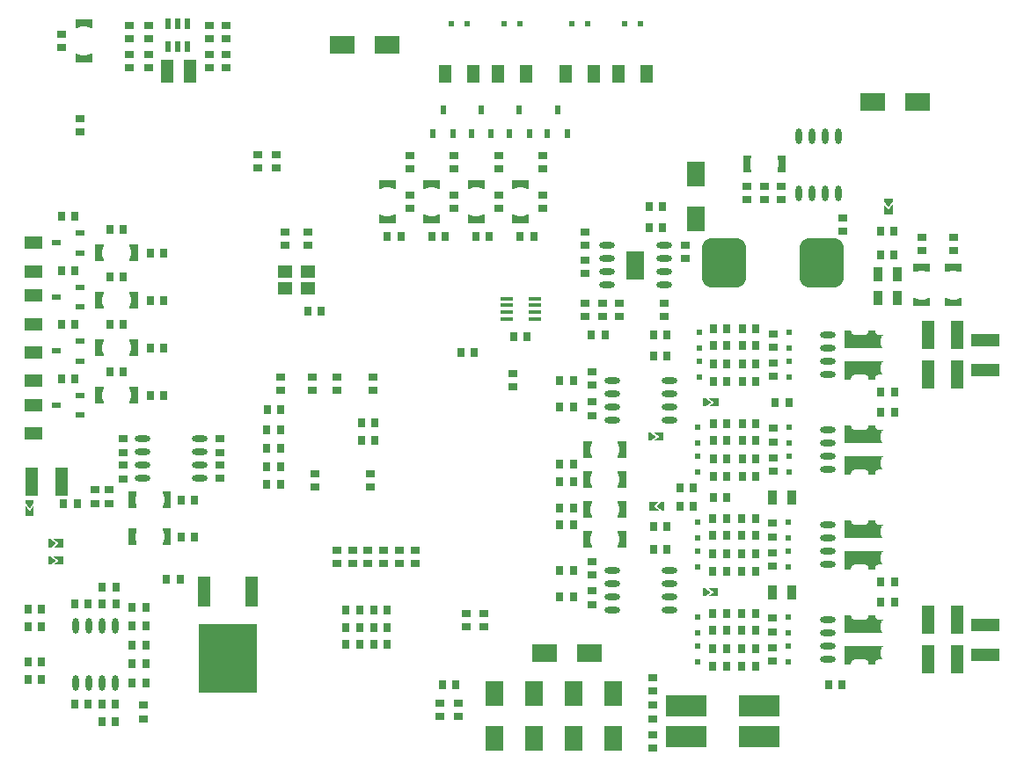
<source format=gbp>
G04*
G04 #@! TF.GenerationSoftware,Altium Limited,Altium Designer,22.8.2 (66)*
G04*
G04 Layer_Color=128*
%FSLAX44Y44*%
%MOMM*%
G71*
G04*
G04 #@! TF.SameCoordinates,E80B4FDD-8870-46C6-9AB6-B278042541E5*
G04*
G04*
G04 #@! TF.FilePolarity,Positive*
G04*
G01*
G75*
%ADD72R,0.9500X0.7000*%
%ADD73R,1.2300X2.2200*%
%ADD74R,0.5500X1.0000*%
%ADD75R,0.7000X0.9500*%
%ADD77R,0.6000X0.9000*%
%ADD80R,1.2500X2.7500*%
%ADD83O,1.5000X0.6000*%
%ADD84R,2.7500X1.2500*%
G04:AMPARAMS|DCode=85|XSize=4.3mm|YSize=4.8mm|CornerRadius=1.075mm|HoleSize=0mm|Usage=FLASHONLY|Rotation=0.000|XOffset=0mm|YOffset=0mm|HoleType=Round|Shape=RoundedRectangle|*
%AMROUNDEDRECTD85*
21,1,4.3000,2.6500,0,0,0.0*
21,1,2.1500,4.8000,0,0,0.0*
1,1,2.1500,1.0750,-1.3250*
1,1,2.1500,-1.0750,-1.3250*
1,1,2.1500,-1.0750,1.3250*
1,1,2.1500,1.0750,1.3250*
%
%ADD85ROUNDEDRECTD85*%
%ADD87R,5.6500X6.7000*%
%ADD88R,1.2000X2.9500*%
%ADD89R,0.6000X0.5000*%
%ADD90O,0.6000X1.5000*%
%ADD93R,1.4000X1.2000*%
%ADD94R,1.7500X2.4500*%
%ADD95R,2.4500X1.7500*%
%ADD96R,1.2500X1.7500*%
%ADD99O,1.2200X0.4000*%
%ADD101R,0.9500X1.4000*%
%ADD102R,4.0000X2.0000*%
%ADD103R,0.5000X0.6000*%
%ADD104R,0.9000X0.6000*%
%ADD105R,1.7500X1.2500*%
%ADD138R,1.7100X2.7000*%
G36*
X578230Y1113590D02*
X576539Y1113588D01*
X576539Y1113588D01*
X575038Y1114239D01*
X571862Y1114995D01*
X568597Y1114996D01*
X565421Y1114240D01*
X563920Y1113590D01*
X562230Y1113590D01*
Y1121590D01*
X578230D01*
Y1113590D01*
D02*
G37*
G36*
Y1088590D02*
Y1080590D01*
X562230D01*
Y1088590D01*
X563920Y1088590D01*
X565421Y1087940D01*
X568597Y1087184D01*
X571862Y1087185D01*
X575038Y1087941D01*
X576539Y1088592D01*
X576539Y1088592D01*
X578230Y1088590D01*
D02*
G37*
G36*
X1245860Y974990D02*
X1237860D01*
X1237860Y976680D01*
X1238510Y978181D01*
X1239266Y981357D01*
X1239265Y984622D01*
X1238509Y987798D01*
X1237858Y989299D01*
X1237858Y989299D01*
X1237860Y990990D01*
X1245860D01*
Y974990D01*
D02*
G37*
G36*
X1212862Y989299D02*
X1212862Y989299D01*
X1212211Y987798D01*
X1211455Y984622D01*
X1211454Y981357D01*
X1212210Y978181D01*
X1212860Y976680D01*
X1212860Y974990D01*
X1204860D01*
Y990990D01*
X1212860D01*
X1212862Y989299D01*
D02*
G37*
G36*
X998600Y958650D02*
X996910Y958650D01*
X995409Y959300D01*
X992233Y960056D01*
X988968Y960055D01*
X985791Y959299D01*
X984291Y958648D01*
X984291Y958648D01*
X982600Y958650D01*
Y966650D01*
X998600D01*
Y958650D01*
D02*
G37*
G36*
X955843D02*
X954153Y958650D01*
X952653Y959300D01*
X949476Y960056D01*
X946211Y960055D01*
X943035Y959299D01*
X941535Y958648D01*
X941535Y958648D01*
X939843Y958650D01*
Y966650D01*
X955843D01*
Y958650D01*
D02*
G37*
G36*
X913087D02*
X911397Y958650D01*
X909896Y959300D01*
X906720Y960056D01*
X903454Y960055D01*
X900278Y959299D01*
X898778Y958648D01*
X898778Y958648D01*
X897087Y958650D01*
Y966650D01*
X913087D01*
Y958650D01*
D02*
G37*
G36*
X870330D02*
X868640Y958650D01*
X867139Y959300D01*
X863963Y960056D01*
X860698Y960055D01*
X857522Y959299D01*
X856021Y958648D01*
X856021Y958648D01*
X854330Y958650D01*
Y966650D01*
X870330D01*
Y958650D01*
D02*
G37*
G36*
X1348994Y946912D02*
X1344930Y940816D01*
X1340866Y946404D01*
Y948944D01*
X1348994D01*
Y946912D01*
D02*
G37*
G36*
Y934022D02*
X1340866D01*
Y943610D01*
X1344930Y938022D01*
X1348994Y944118D01*
Y934022D01*
D02*
G37*
G36*
X985791Y933001D02*
X988968Y932245D01*
X992233Y932244D01*
X995409Y933000D01*
X996910Y933650D01*
X998600Y933650D01*
Y925650D01*
X982600D01*
Y933650D01*
X984291Y933652D01*
X985791Y933001D01*
D02*
G37*
G36*
X943035D02*
X946211Y932245D01*
X949476Y932244D01*
X952653Y933000D01*
X954153Y933650D01*
X955843Y933650D01*
Y925650D01*
X939843D01*
Y933650D01*
X941535Y933652D01*
X943035Y933001D01*
D02*
G37*
G36*
X900278D02*
X903454Y932245D01*
X906720Y932244D01*
X909896Y933000D01*
X911397Y933650D01*
X913087Y933650D01*
Y925650D01*
X897087D01*
Y933650D01*
X898778Y933652D01*
X900278Y933001D01*
D02*
G37*
G36*
X857522D02*
X860698Y932245D01*
X863963Y932244D01*
X867139Y933000D01*
X868640Y933650D01*
X870330Y933650D01*
Y925650D01*
X854330D01*
Y933650D01*
X856021Y933652D01*
X857522Y933001D01*
D02*
G37*
G36*
X622480Y889100D02*
X614480D01*
X614478Y890791D01*
X614478Y890791D01*
X615129Y892291D01*
X615885Y895468D01*
X615886Y898733D01*
X615130Y901909D01*
X614480Y903410D01*
X614480Y905100D01*
X622480D01*
Y889100D01*
D02*
G37*
G36*
X589480Y903410D02*
X588830Y901909D01*
X588074Y898733D01*
X588075Y895468D01*
X588831Y892291D01*
X589482Y890791D01*
X589480Y889100D01*
X581480D01*
Y905100D01*
X589480D01*
X589480Y903410D01*
D02*
G37*
G36*
X1415160Y878640D02*
X1413469Y878638D01*
X1413469Y878638D01*
X1411969Y879289D01*
X1408792Y880045D01*
X1405527Y880046D01*
X1402351Y879290D01*
X1400850Y878640D01*
X1399160Y878640D01*
Y886640D01*
X1415160D01*
Y878640D01*
D02*
G37*
G36*
X1384680D02*
X1382989Y878638D01*
X1382989Y878638D01*
X1381488Y879289D01*
X1378312Y880045D01*
X1375047Y880046D01*
X1371871Y879290D01*
X1370370Y878640D01*
X1368680Y878640D01*
Y886640D01*
X1384680D01*
Y878640D01*
D02*
G37*
G36*
X1415160Y853640D02*
Y845640D01*
X1399160D01*
Y853640D01*
X1400850Y853640D01*
X1402351Y852990D01*
X1405527Y852234D01*
X1408792Y852235D01*
X1411969Y852991D01*
X1413469Y853642D01*
X1413469Y853642D01*
X1415160Y853640D01*
D02*
G37*
G36*
X1384680D02*
Y845640D01*
X1368680D01*
Y853640D01*
X1370370Y853640D01*
X1371871Y852990D01*
X1375047Y852234D01*
X1378312Y852235D01*
X1381488Y852991D01*
X1382989Y853642D01*
X1382989Y853642D01*
X1384680Y853640D01*
D02*
G37*
G36*
X622480Y843380D02*
X614480D01*
X614478Y845071D01*
X614478Y845071D01*
X615129Y846571D01*
X615885Y849748D01*
X615886Y853013D01*
X615130Y856189D01*
X614480Y857690D01*
X614480Y859380D01*
X622480D01*
Y843380D01*
D02*
G37*
G36*
X589480Y857690D02*
X588830Y856189D01*
X588074Y853013D01*
X588075Y849748D01*
X588831Y846571D01*
X589482Y845071D01*
X589480Y843380D01*
X581480D01*
Y859380D01*
X589480D01*
X589480Y857690D01*
D02*
G37*
G36*
X1331728Y821932D02*
X1331736Y821670D01*
X1331762Y821409D01*
X1331805Y821151D01*
X1331864Y820896D01*
X1331940Y820645D01*
X1332032Y820400D01*
X1332141Y820162D01*
X1332264Y819931D01*
X1332402Y819708D01*
X1332555Y819495D01*
X1332721Y819293D01*
X1332900Y819102D01*
X1333091Y818923D01*
X1333294Y818756D01*
X1333507Y818604D01*
X1333729Y818466D01*
X1333960Y818342D01*
X1334198Y818234D01*
X1334444Y818142D01*
X1334694Y818066D01*
X1334949Y818006D01*
X1335208Y817964D01*
X1335468Y817938D01*
X1335730Y817930D01*
X1339589D01*
X1339529Y817898D01*
X1339306Y817759D01*
X1339094Y817607D01*
X1338891Y817441D01*
X1338700Y817262D01*
X1338521Y817070D01*
X1338355Y816868D01*
X1338202Y816655D01*
X1338064Y816433D01*
X1337941Y816202D01*
X1337832Y815963D01*
X1337740Y815718D01*
X1337664Y815468D01*
X1337605Y815212D01*
X1337562Y814954D01*
X1337536Y814693D01*
X1337528Y814432D01*
Y808632D01*
X1337536Y808370D01*
X1337562Y808109D01*
X1337605Y807851D01*
X1337664Y807596D01*
X1337740Y807345D01*
X1337832Y807100D01*
X1337941Y806861D01*
X1338064Y806631D01*
X1338202Y806408D01*
X1338355Y806195D01*
X1338521Y805993D01*
X1338700Y805802D01*
X1338891Y805623D01*
X1339094Y805456D01*
X1339306Y805304D01*
X1339529Y805166D01*
X1339589Y805134D01*
X1302733D01*
Y822579D01*
X1308729D01*
Y821932D01*
X1308737Y821670D01*
X1308763Y821409D01*
X1308806Y821151D01*
X1308865Y820896D01*
X1308941Y820645D01*
X1309033Y820400D01*
X1309141Y820162D01*
X1309265Y819931D01*
X1309403Y819708D01*
X1309556Y819495D01*
X1309722Y819293D01*
X1309901Y819102D01*
X1310092Y818923D01*
X1310294Y818756D01*
X1310507Y818604D01*
X1310730Y818466D01*
X1310961Y818342D01*
X1311199Y818234D01*
X1311444Y818142D01*
X1311695Y818066D01*
X1311950Y818006D01*
X1312208Y817964D01*
X1312469Y817938D01*
X1312731Y817930D01*
X1321730D01*
X1321752Y817930D01*
X1321773Y817930D01*
X1321882Y817934D01*
X1321992Y817938D01*
X1322013Y817940D01*
X1322035Y817941D01*
X1322144Y817953D01*
X1322252Y817964D01*
X1322274Y817967D01*
X1322295Y817970D01*
X1322403Y817989D01*
X1322511Y818006D01*
X1322532Y818011D01*
X1322553Y818015D01*
X1322659Y818041D01*
X1322766Y818066D01*
X1322786Y818072D01*
X1322807Y818077D01*
X1322912Y818110D01*
X1323017Y818142D01*
X1323036Y818149D01*
X1323057Y818156D01*
X1323160Y818196D01*
X1323262Y818234D01*
X1323281Y818243D01*
X1323301Y818251D01*
X1323400Y818297D01*
X1323500Y818342D01*
X1323519Y818352D01*
X1323539Y818362D01*
X1323635Y818414D01*
X1323731Y818466D01*
X1323749Y818477D01*
X1323768Y818487D01*
X1323861Y818546D01*
X1323954Y818604D01*
X1323971Y818616D01*
X1323989Y818628D01*
X1324077Y818693D01*
X1324166Y818756D01*
X1324183Y818770D01*
X1324200Y818783D01*
X1324284Y818853D01*
X1324369Y818923D01*
X1324384Y818937D01*
X1324401Y818951D01*
X1324480Y819027D01*
X1324560Y819102D01*
X1324575Y819117D01*
X1324590Y819132D01*
X1324664Y819213D01*
X1324739Y819293D01*
X1324753Y819310D01*
X1324767Y819325D01*
X1324835Y819410D01*
X1324905Y819495D01*
X1324918Y819513D01*
X1324931Y819530D01*
X1324994Y819619D01*
X1325058Y819708D01*
X1325069Y819726D01*
X1325081Y819744D01*
X1325138Y819838D01*
X1325196Y819931D01*
X1325206Y819950D01*
X1325217Y819968D01*
X1325267Y820064D01*
X1325319Y820162D01*
X1325328Y820181D01*
X1325338Y820200D01*
X1325382Y820300D01*
X1325428Y820400D01*
X1325435Y820420D01*
X1325444Y820440D01*
X1325481Y820543D01*
X1325520Y820645D01*
X1325526Y820666D01*
X1325533Y820686D01*
X1325564Y820791D01*
X1325596Y820896D01*
X1325601Y820917D01*
X1325607Y820937D01*
X1325631Y821045D01*
X1325655Y821151D01*
X1325659Y821172D01*
X1325663Y821193D01*
X1325680Y821301D01*
X1325698Y821409D01*
X1325700Y821431D01*
X1325703Y821452D01*
X1325713Y821561D01*
X1325724Y821670D01*
X1325724Y821691D01*
X1325726Y821713D01*
X1325729Y821823D01*
X1325732Y821932D01*
X1325731Y821953D01*
X1325732Y821975D01*
X1325725Y822579D01*
X1331728D01*
Y821932D01*
D02*
G37*
G36*
X622480Y797660D02*
X614480D01*
X614478Y799351D01*
X614478Y799351D01*
X615129Y800851D01*
X615885Y804028D01*
X615886Y807293D01*
X615130Y810469D01*
X614480Y811970D01*
X614480Y813660D01*
X622480D01*
Y797660D01*
D02*
G37*
G36*
X589480Y811970D02*
X588830Y810469D01*
X588074Y807293D01*
X588075Y804028D01*
X588831Y800851D01*
X589482Y799351D01*
X589480Y797660D01*
X581480D01*
Y813660D01*
X589480D01*
X589480Y811970D01*
D02*
G37*
G36*
X1339525Y792496D02*
X1339303Y792358D01*
X1339090Y792205D01*
X1338887Y792039D01*
X1338696Y791860D01*
X1338517Y791669D01*
X1338351Y791466D01*
X1338198Y791254D01*
X1338060Y791031D01*
X1337937Y790800D01*
X1337829Y790562D01*
X1337736Y790316D01*
X1337660Y790066D01*
X1337601Y789811D01*
X1337558Y789552D01*
X1337533Y789292D01*
X1337524Y789030D01*
Y783230D01*
X1337533Y782968D01*
X1337558Y782708D01*
X1337601Y782449D01*
X1337660Y782194D01*
X1337736Y781944D01*
X1337829Y781699D01*
X1337937Y781460D01*
X1338060Y781229D01*
X1338198Y781006D01*
X1338351Y780794D01*
X1338517Y780591D01*
X1338696Y780400D01*
X1338887Y780221D01*
X1339090Y780055D01*
X1339303Y779902D01*
X1339525Y779764D01*
X1339585Y779732D01*
X1335726D01*
X1335464Y779724D01*
X1335204Y779698D01*
X1334945Y779655D01*
X1334690Y779596D01*
X1334440Y779520D01*
X1334194Y779427D01*
X1333956Y779319D01*
X1333725Y779196D01*
X1333503Y779058D01*
X1333290Y778905D01*
X1333087Y778739D01*
X1332896Y778560D01*
X1332717Y778369D01*
X1332551Y778166D01*
X1332398Y777953D01*
X1332260Y777731D01*
X1332137Y777500D01*
X1332029Y777262D01*
X1331936Y777016D01*
X1331860Y776766D01*
X1331801Y776511D01*
X1331758Y776252D01*
X1331732Y775992D01*
X1331724Y775730D01*
Y775082D01*
X1325721D01*
X1325728Y775687D01*
X1325727Y775708D01*
X1325728Y775730D01*
X1325725Y775839D01*
X1325722Y775949D01*
X1325720Y775970D01*
X1325720Y775992D01*
X1325709Y776101D01*
X1325699Y776210D01*
X1325696Y776231D01*
X1325694Y776252D01*
X1325676Y776360D01*
X1325659Y776469D01*
X1325655Y776490D01*
X1325651Y776511D01*
X1325627Y776617D01*
X1325603Y776724D01*
X1325597Y776745D01*
X1325592Y776766D01*
X1325560Y776871D01*
X1325529Y776976D01*
X1325522Y776996D01*
X1325516Y777016D01*
X1325477Y777119D01*
X1325440Y777222D01*
X1325431Y777241D01*
X1325423Y777262D01*
X1325378Y777362D01*
X1325334Y777461D01*
X1325324Y777480D01*
X1325315Y777500D01*
X1325263Y777598D01*
X1325213Y777694D01*
X1325202Y777712D01*
X1325192Y777731D01*
X1325134Y777824D01*
X1325077Y777917D01*
X1325065Y777935D01*
X1325054Y777953D01*
X1324990Y778043D01*
X1324927Y778132D01*
X1324914Y778149D01*
X1324901Y778166D01*
X1324831Y778252D01*
X1324763Y778336D01*
X1324749Y778352D01*
X1324735Y778369D01*
X1324660Y778449D01*
X1324586Y778529D01*
X1324571Y778544D01*
X1324556Y778560D01*
X1324476Y778635D01*
X1324397Y778710D01*
X1324380Y778724D01*
X1324365Y778739D01*
X1324280Y778808D01*
X1324196Y778879D01*
X1324179Y778891D01*
X1324162Y778905D01*
X1324073Y778969D01*
X1323985Y779034D01*
X1323967Y779045D01*
X1323949Y779058D01*
X1323857Y779115D01*
X1323764Y779174D01*
X1323745Y779185D01*
X1323727Y779196D01*
X1323631Y779248D01*
X1323535Y779300D01*
X1323515Y779309D01*
X1323496Y779319D01*
X1323396Y779365D01*
X1323297Y779411D01*
X1323277Y779419D01*
X1323258Y779427D01*
X1323156Y779466D01*
X1323053Y779506D01*
X1323032Y779512D01*
X1323013Y779520D01*
X1322908Y779551D01*
X1322803Y779584D01*
X1322782Y779589D01*
X1322762Y779596D01*
X1322655Y779621D01*
X1322549Y779647D01*
X1322528Y779650D01*
X1322507Y779655D01*
X1322399Y779673D01*
X1322291Y779692D01*
X1322269Y779694D01*
X1322248Y779698D01*
X1322140Y779709D01*
X1322031Y779721D01*
X1322009Y779722D01*
X1321988Y779724D01*
X1321878Y779727D01*
X1321769Y779732D01*
X1321747Y779731D01*
X1321726Y779732D01*
X1312727D01*
X1312465Y779724D01*
X1312204Y779698D01*
X1311946Y779655D01*
X1311691Y779596D01*
X1311440Y779520D01*
X1311195Y779427D01*
X1310957Y779319D01*
X1310726Y779196D01*
X1310503Y779058D01*
X1310291Y778905D01*
X1310088Y778739D01*
X1309897Y778560D01*
X1309718Y778369D01*
X1309552Y778166D01*
X1309399Y777953D01*
X1309261Y777731D01*
X1309137Y777500D01*
X1309029Y777262D01*
X1308937Y777016D01*
X1308861Y776766D01*
X1308802Y776511D01*
X1308759Y776252D01*
X1308733Y775992D01*
X1308725Y775730D01*
Y775082D01*
X1302729D01*
Y792528D01*
X1339585D01*
X1339525Y792496D01*
D02*
G37*
G36*
X622480Y751940D02*
X614480D01*
X614478Y753631D01*
X614478Y753631D01*
X615129Y755132D01*
X615885Y758308D01*
X615886Y761573D01*
X615130Y764749D01*
X614480Y766250D01*
X614480Y767940D01*
X622480D01*
Y751940D01*
D02*
G37*
G36*
X589480Y766250D02*
X588830Y764749D01*
X588074Y761573D01*
X588075Y758308D01*
X588831Y755132D01*
X589482Y753631D01*
X589480Y751940D01*
X581480D01*
Y767940D01*
X589480D01*
X589480Y766250D01*
D02*
G37*
G36*
X1181398Y749047D02*
X1171810D01*
X1177398Y753111D01*
X1171302Y757175D01*
X1181398D01*
Y749047D01*
D02*
G37*
G36*
X1174604Y753111D02*
X1169016Y749047D01*
X1166476D01*
Y757175D01*
X1168508D01*
X1174604Y753111D01*
D02*
G37*
G36*
X1331728Y730492D02*
X1331736Y730230D01*
X1331762Y729969D01*
X1331805Y729711D01*
X1331864Y729456D01*
X1331940Y729205D01*
X1332032Y728960D01*
X1332141Y728721D01*
X1332264Y728491D01*
X1332402Y728268D01*
X1332555Y728055D01*
X1332721Y727853D01*
X1332900Y727662D01*
X1333091Y727483D01*
X1333294Y727317D01*
X1333507Y727164D01*
X1333729Y727026D01*
X1333960Y726902D01*
X1334198Y726794D01*
X1334444Y726702D01*
X1334694Y726626D01*
X1334949Y726566D01*
X1335208Y726524D01*
X1335468Y726498D01*
X1335730Y726489D01*
X1339589D01*
X1339529Y726458D01*
X1339306Y726319D01*
X1339094Y726167D01*
X1338891Y726001D01*
X1338700Y725822D01*
X1338521Y725630D01*
X1338355Y725428D01*
X1338202Y725215D01*
X1338064Y724993D01*
X1337941Y724762D01*
X1337832Y724523D01*
X1337740Y724278D01*
X1337664Y724027D01*
X1337605Y723772D01*
X1337562Y723514D01*
X1337536Y723253D01*
X1337528Y722992D01*
Y717192D01*
X1337536Y716930D01*
X1337562Y716669D01*
X1337605Y716411D01*
X1337664Y716156D01*
X1337740Y715905D01*
X1337832Y715660D01*
X1337941Y715422D01*
X1338064Y715191D01*
X1338202Y714968D01*
X1338355Y714755D01*
X1338521Y714553D01*
X1338700Y714362D01*
X1338891Y714183D01*
X1339094Y714016D01*
X1339306Y713864D01*
X1339529Y713726D01*
X1339589Y713694D01*
X1302733D01*
Y731140D01*
X1308729D01*
Y730492D01*
X1308737Y730230D01*
X1308763Y729969D01*
X1308806Y729711D01*
X1308865Y729456D01*
X1308941Y729205D01*
X1309033Y728960D01*
X1309141Y728721D01*
X1309265Y728491D01*
X1309403Y728268D01*
X1309556Y728055D01*
X1309722Y727853D01*
X1309901Y727662D01*
X1310092Y727483D01*
X1310294Y727317D01*
X1310507Y727164D01*
X1310730Y727026D01*
X1310961Y726902D01*
X1311199Y726794D01*
X1311444Y726702D01*
X1311695Y726626D01*
X1311950Y726566D01*
X1312208Y726524D01*
X1312469Y726498D01*
X1312731Y726489D01*
X1321730D01*
X1321752Y726490D01*
X1321773Y726490D01*
X1321882Y726495D01*
X1321992Y726498D01*
X1322013Y726500D01*
X1322035Y726501D01*
X1322144Y726513D01*
X1322252Y726524D01*
X1322274Y726527D01*
X1322295Y726530D01*
X1322403Y726549D01*
X1322511Y726566D01*
X1322532Y726571D01*
X1322553Y726575D01*
X1322659Y726601D01*
X1322766Y726626D01*
X1322786Y726632D01*
X1322807Y726637D01*
X1322912Y726670D01*
X1323017Y726702D01*
X1323036Y726709D01*
X1323057Y726716D01*
X1323160Y726756D01*
X1323262Y726794D01*
X1323281Y726803D01*
X1323301Y726811D01*
X1323400Y726857D01*
X1323500Y726902D01*
X1323519Y726912D01*
X1323539Y726921D01*
X1323635Y726974D01*
X1323731Y727026D01*
X1323749Y727037D01*
X1323768Y727047D01*
X1323861Y727106D01*
X1323954Y727164D01*
X1323971Y727177D01*
X1323989Y727188D01*
X1324077Y727253D01*
X1324166Y727317D01*
X1324183Y727330D01*
X1324200Y727343D01*
X1324284Y727413D01*
X1324369Y727483D01*
X1324384Y727497D01*
X1324401Y727511D01*
X1324480Y727587D01*
X1324560Y727662D01*
X1324575Y727677D01*
X1324590Y727692D01*
X1324664Y727773D01*
X1324739Y727853D01*
X1324753Y727870D01*
X1324767Y727885D01*
X1324835Y727970D01*
X1324905Y728055D01*
X1324918Y728073D01*
X1324931Y728090D01*
X1324994Y728179D01*
X1325058Y728268D01*
X1325069Y728286D01*
X1325081Y728304D01*
X1325138Y728398D01*
X1325196Y728491D01*
X1325206Y728510D01*
X1325217Y728528D01*
X1325267Y728624D01*
X1325319Y728721D01*
X1325328Y728741D01*
X1325338Y728760D01*
X1325382Y728860D01*
X1325428Y728960D01*
X1325435Y728980D01*
X1325444Y729000D01*
X1325481Y729102D01*
X1325520Y729205D01*
X1325526Y729226D01*
X1325533Y729246D01*
X1325564Y729351D01*
X1325596Y729456D01*
X1325601Y729477D01*
X1325607Y729497D01*
X1325631Y729605D01*
X1325655Y729711D01*
X1325659Y729732D01*
X1325663Y729753D01*
X1325680Y729861D01*
X1325698Y729969D01*
X1325700Y729991D01*
X1325703Y730012D01*
X1325713Y730121D01*
X1325724Y730230D01*
X1325724Y730251D01*
X1325726Y730273D01*
X1325729Y730383D01*
X1325732Y730492D01*
X1325731Y730513D01*
X1325732Y730535D01*
X1325725Y731140D01*
X1331728D01*
Y730492D01*
D02*
G37*
G36*
X1128458Y716026D02*
X1118870D01*
X1124458Y720090D01*
X1118362Y724154D01*
X1128458D01*
Y716026D01*
D02*
G37*
G36*
X1121664Y720090D02*
X1116076Y716026D01*
X1113536D01*
Y724154D01*
X1115568D01*
X1121664Y720090D01*
D02*
G37*
G36*
X1092300Y699390D02*
X1084300D01*
X1084300Y701080D01*
X1084950Y702581D01*
X1085706Y705757D01*
X1085706Y709022D01*
X1084949Y712198D01*
X1084298Y713699D01*
X1084298Y713699D01*
X1084300Y715390D01*
X1092300D01*
Y699390D01*
D02*
G37*
G36*
X1059302Y713699D02*
X1059302Y713699D01*
X1058652Y712198D01*
X1057895Y709022D01*
X1057894Y705757D01*
X1058650Y702581D01*
X1059300Y701080D01*
X1059300Y699390D01*
X1051300D01*
Y715390D01*
X1059300D01*
X1059302Y713699D01*
D02*
G37*
G36*
X1339525Y701056D02*
X1339303Y700918D01*
X1339090Y700765D01*
X1338887Y700599D01*
X1338696Y700420D01*
X1338517Y700229D01*
X1338351Y700026D01*
X1338198Y699814D01*
X1338060Y699591D01*
X1337937Y699360D01*
X1337829Y699121D01*
X1337736Y698876D01*
X1337660Y698626D01*
X1337601Y698371D01*
X1337558Y698112D01*
X1337533Y697852D01*
X1337524Y697590D01*
Y691790D01*
X1337533Y691528D01*
X1337558Y691268D01*
X1337601Y691009D01*
X1337660Y690754D01*
X1337736Y690504D01*
X1337829Y690258D01*
X1337937Y690020D01*
X1338060Y689789D01*
X1338198Y689566D01*
X1338351Y689354D01*
X1338517Y689151D01*
X1338696Y688960D01*
X1338887Y688781D01*
X1339090Y688615D01*
X1339303Y688462D01*
X1339525Y688324D01*
X1339585Y688292D01*
X1335726D01*
X1335464Y688284D01*
X1335204Y688258D01*
X1334945Y688215D01*
X1334690Y688156D01*
X1334440Y688080D01*
X1334194Y687988D01*
X1333956Y687879D01*
X1333725Y687756D01*
X1333503Y687618D01*
X1333290Y687465D01*
X1333087Y687299D01*
X1332896Y687120D01*
X1332717Y686929D01*
X1332551Y686726D01*
X1332398Y686514D01*
X1332260Y686291D01*
X1332137Y686060D01*
X1332029Y685822D01*
X1331936Y685576D01*
X1331860Y685326D01*
X1331801Y685071D01*
X1331758Y684812D01*
X1331732Y684552D01*
X1331724Y684290D01*
Y683642D01*
X1325721D01*
X1325728Y684247D01*
X1325727Y684268D01*
X1325728Y684290D01*
X1325725Y684399D01*
X1325722Y684509D01*
X1325720Y684530D01*
X1325720Y684552D01*
X1325709Y684661D01*
X1325699Y684770D01*
X1325696Y684791D01*
X1325694Y684812D01*
X1325676Y684920D01*
X1325659Y685029D01*
X1325655Y685050D01*
X1325651Y685071D01*
X1325627Y685177D01*
X1325603Y685284D01*
X1325597Y685305D01*
X1325592Y685326D01*
X1325560Y685431D01*
X1325529Y685536D01*
X1325522Y685556D01*
X1325516Y685576D01*
X1325477Y685679D01*
X1325440Y685782D01*
X1325431Y685801D01*
X1325423Y685822D01*
X1325378Y685921D01*
X1325334Y686021D01*
X1325324Y686040D01*
X1325315Y686060D01*
X1325263Y686158D01*
X1325213Y686254D01*
X1325202Y686272D01*
X1325192Y686291D01*
X1325134Y686384D01*
X1325077Y686478D01*
X1325065Y686495D01*
X1325054Y686514D01*
X1324990Y686603D01*
X1324927Y686692D01*
X1324914Y686709D01*
X1324901Y686726D01*
X1324831Y686812D01*
X1324763Y686896D01*
X1324749Y686912D01*
X1324735Y686929D01*
X1324660Y687009D01*
X1324586Y687089D01*
X1324571Y687104D01*
X1324556Y687120D01*
X1324476Y687195D01*
X1324397Y687270D01*
X1324380Y687284D01*
X1324365Y687299D01*
X1324280Y687368D01*
X1324196Y687439D01*
X1324179Y687451D01*
X1324162Y687465D01*
X1324073Y687529D01*
X1323985Y687594D01*
X1323967Y687605D01*
X1323949Y687618D01*
X1323857Y687675D01*
X1323764Y687734D01*
X1323745Y687745D01*
X1323727Y687756D01*
X1323631Y687807D01*
X1323535Y687860D01*
X1323515Y687869D01*
X1323496Y687879D01*
X1323396Y687925D01*
X1323297Y687971D01*
X1323277Y687979D01*
X1323258Y687988D01*
X1323156Y688026D01*
X1323053Y688066D01*
X1323032Y688072D01*
X1323013Y688080D01*
X1322908Y688111D01*
X1322803Y688144D01*
X1322782Y688149D01*
X1322762Y688156D01*
X1322655Y688181D01*
X1322549Y688207D01*
X1322528Y688210D01*
X1322507Y688215D01*
X1322399Y688233D01*
X1322291Y688252D01*
X1322269Y688254D01*
X1322248Y688258D01*
X1322140Y688269D01*
X1322031Y688280D01*
X1322009Y688281D01*
X1321988Y688284D01*
X1321878Y688287D01*
X1321769Y688292D01*
X1321747Y688291D01*
X1321726Y688292D01*
X1312727D01*
X1312465Y688284D01*
X1312204Y688258D01*
X1311946Y688215D01*
X1311691Y688156D01*
X1311440Y688080D01*
X1311195Y687988D01*
X1310957Y687879D01*
X1310726Y687756D01*
X1310503Y687618D01*
X1310291Y687465D01*
X1310088Y687299D01*
X1309897Y687120D01*
X1309718Y686929D01*
X1309552Y686726D01*
X1309399Y686514D01*
X1309261Y686291D01*
X1309137Y686060D01*
X1309029Y685822D01*
X1308937Y685576D01*
X1308861Y685326D01*
X1308802Y685071D01*
X1308759Y684812D01*
X1308733Y684552D01*
X1308725Y684290D01*
Y683642D01*
X1302729D01*
Y701088D01*
X1339585D01*
X1339525Y701056D01*
D02*
G37*
G36*
X1092300Y670603D02*
X1084300D01*
X1084300Y672293D01*
X1084950Y673794D01*
X1085706Y676970D01*
X1085706Y680236D01*
X1084949Y683412D01*
X1084298Y684912D01*
X1084298Y684912D01*
X1084300Y686603D01*
X1092300D01*
Y670603D01*
D02*
G37*
G36*
X1059302Y684912D02*
X1059302Y684912D01*
X1058652Y683412D01*
X1057895Y680236D01*
X1057894Y676970D01*
X1058650Y673794D01*
X1059300Y672293D01*
X1059300Y670603D01*
X1051300D01*
Y686603D01*
X1059300D01*
X1059302Y684912D01*
D02*
G37*
G36*
X654230Y651130D02*
X646230D01*
X646228Y652821D01*
X646228Y652821D01*
X646879Y654321D01*
X647635Y657498D01*
X647636Y660763D01*
X646880Y663939D01*
X646230Y665440D01*
X646230Y667130D01*
X654230D01*
Y651130D01*
D02*
G37*
G36*
X621230Y665440D02*
X620580Y663939D01*
X619824Y660763D01*
X619825Y657498D01*
X620581Y654322D01*
X621232Y652821D01*
X621230Y651130D01*
X613230D01*
Y667130D01*
X621230D01*
X621230Y665440D01*
D02*
G37*
G36*
X522224Y656730D02*
X518160Y650634D01*
X514096Y656222D01*
Y658762D01*
X522224D01*
Y656730D01*
D02*
G37*
G36*
X1129284Y648973D02*
X1127252D01*
X1121156Y653037D01*
X1126744Y657101D01*
X1129284D01*
Y648973D01*
D02*
G37*
G36*
X1118362Y653037D02*
X1124458Y648973D01*
X1114362D01*
Y657101D01*
X1123950D01*
X1118362Y653037D01*
D02*
G37*
G36*
X522224Y643840D02*
X514096D01*
Y653428D01*
X518160Y647840D01*
X522224Y653936D01*
Y643840D01*
D02*
G37*
G36*
X1092300Y641817D02*
X1084300D01*
X1084300Y643507D01*
X1084950Y645007D01*
X1085706Y648184D01*
X1085706Y651449D01*
X1084949Y654625D01*
X1084298Y656125D01*
X1084298Y656125D01*
X1084300Y657817D01*
X1092300D01*
Y641817D01*
D02*
G37*
G36*
X1059302Y656125D02*
X1059302Y656125D01*
X1058652Y654625D01*
X1057895Y651449D01*
X1057894Y648184D01*
X1058650Y645007D01*
X1059300Y643507D01*
X1059300Y641817D01*
X1051300D01*
Y657817D01*
X1059300D01*
X1059302Y656125D01*
D02*
G37*
G36*
X1331728Y639052D02*
X1331736Y638790D01*
X1331762Y638529D01*
X1331805Y638271D01*
X1331864Y638016D01*
X1331940Y637765D01*
X1332032Y637520D01*
X1332141Y637281D01*
X1332264Y637051D01*
X1332402Y636828D01*
X1332555Y636615D01*
X1332721Y636413D01*
X1332900Y636222D01*
X1333091Y636043D01*
X1333294Y635877D01*
X1333507Y635724D01*
X1333729Y635586D01*
X1333960Y635462D01*
X1334198Y635354D01*
X1334444Y635262D01*
X1334694Y635186D01*
X1334949Y635126D01*
X1335208Y635084D01*
X1335468Y635058D01*
X1335730Y635050D01*
X1339589D01*
X1339529Y635018D01*
X1339306Y634879D01*
X1339094Y634727D01*
X1338891Y634561D01*
X1338700Y634382D01*
X1338521Y634190D01*
X1338355Y633988D01*
X1338202Y633775D01*
X1338064Y633553D01*
X1337941Y633322D01*
X1337832Y633083D01*
X1337740Y632838D01*
X1337664Y632588D01*
X1337605Y632332D01*
X1337562Y632074D01*
X1337536Y631813D01*
X1337528Y631552D01*
Y625752D01*
X1337536Y625490D01*
X1337562Y625229D01*
X1337605Y624971D01*
X1337664Y624716D01*
X1337740Y624465D01*
X1337832Y624220D01*
X1337941Y623982D01*
X1338064Y623751D01*
X1338202Y623528D01*
X1338355Y623315D01*
X1338521Y623113D01*
X1338700Y622922D01*
X1338891Y622743D01*
X1339094Y622576D01*
X1339306Y622424D01*
X1339529Y622286D01*
X1339589Y622254D01*
X1302733D01*
Y639700D01*
X1308729D01*
Y639052D01*
X1308737Y638790D01*
X1308763Y638529D01*
X1308806Y638271D01*
X1308865Y638016D01*
X1308941Y637765D01*
X1309033Y637520D01*
X1309141Y637281D01*
X1309265Y637051D01*
X1309403Y636828D01*
X1309556Y636615D01*
X1309722Y636413D01*
X1309901Y636222D01*
X1310092Y636043D01*
X1310294Y635877D01*
X1310507Y635724D01*
X1310730Y635586D01*
X1310961Y635462D01*
X1311199Y635354D01*
X1311444Y635262D01*
X1311695Y635186D01*
X1311950Y635126D01*
X1312208Y635084D01*
X1312469Y635058D01*
X1312731Y635050D01*
X1321730D01*
X1321752Y635050D01*
X1321773Y635050D01*
X1321882Y635055D01*
X1321992Y635058D01*
X1322013Y635060D01*
X1322035Y635061D01*
X1322144Y635073D01*
X1322252Y635084D01*
X1322274Y635087D01*
X1322295Y635090D01*
X1322403Y635109D01*
X1322511Y635126D01*
X1322532Y635131D01*
X1322553Y635135D01*
X1322659Y635161D01*
X1322766Y635186D01*
X1322786Y635192D01*
X1322807Y635197D01*
X1322912Y635230D01*
X1323017Y635262D01*
X1323036Y635269D01*
X1323057Y635276D01*
X1323160Y635316D01*
X1323262Y635354D01*
X1323281Y635363D01*
X1323301Y635371D01*
X1323400Y635417D01*
X1323500Y635462D01*
X1323519Y635472D01*
X1323539Y635481D01*
X1323635Y635534D01*
X1323731Y635586D01*
X1323749Y635597D01*
X1323768Y635607D01*
X1323861Y635666D01*
X1323954Y635724D01*
X1323971Y635737D01*
X1323989Y635748D01*
X1324077Y635813D01*
X1324166Y635877D01*
X1324183Y635890D01*
X1324200Y635903D01*
X1324284Y635973D01*
X1324369Y636043D01*
X1324384Y636057D01*
X1324401Y636071D01*
X1324480Y636147D01*
X1324560Y636222D01*
X1324575Y636237D01*
X1324590Y636252D01*
X1324664Y636333D01*
X1324739Y636413D01*
X1324753Y636430D01*
X1324767Y636445D01*
X1324835Y636530D01*
X1324905Y636615D01*
X1324918Y636633D01*
X1324931Y636650D01*
X1324994Y636739D01*
X1325058Y636828D01*
X1325069Y636846D01*
X1325081Y636864D01*
X1325138Y636958D01*
X1325196Y637051D01*
X1325206Y637070D01*
X1325217Y637088D01*
X1325267Y637184D01*
X1325319Y637281D01*
X1325328Y637301D01*
X1325338Y637320D01*
X1325382Y637420D01*
X1325428Y637520D01*
X1325435Y637540D01*
X1325444Y637560D01*
X1325481Y637663D01*
X1325520Y637765D01*
X1325526Y637786D01*
X1325533Y637806D01*
X1325564Y637911D01*
X1325596Y638016D01*
X1325601Y638037D01*
X1325607Y638057D01*
X1325631Y638165D01*
X1325655Y638271D01*
X1325659Y638292D01*
X1325663Y638313D01*
X1325680Y638421D01*
X1325698Y638529D01*
X1325700Y638551D01*
X1325703Y638572D01*
X1325713Y638681D01*
X1325724Y638790D01*
X1325724Y638811D01*
X1325726Y638833D01*
X1325729Y638943D01*
X1325732Y639052D01*
X1325731Y639073D01*
X1325732Y639095D01*
X1325725Y639700D01*
X1331728D01*
Y639052D01*
D02*
G37*
G36*
X654230Y615570D02*
X646230D01*
X646228Y617261D01*
X646228Y617261D01*
X646879Y618761D01*
X647635Y621938D01*
X647636Y625203D01*
X646880Y628379D01*
X646230Y629880D01*
X646230Y631570D01*
X654230D01*
Y615570D01*
D02*
G37*
G36*
X621230Y629880D02*
X620580Y628379D01*
X619824Y625203D01*
X619825Y621938D01*
X620581Y618761D01*
X621232Y617261D01*
X621230Y615570D01*
X613230D01*
Y631570D01*
X621230D01*
X621230Y629880D01*
D02*
G37*
G36*
X550758Y613156D02*
X541170D01*
X546758Y617220D01*
X540662Y621284D01*
X550758D01*
Y613156D01*
D02*
G37*
G36*
X543964Y617220D02*
X538376Y613156D01*
X535836D01*
Y621284D01*
X537868D01*
X543964Y617220D01*
D02*
G37*
G36*
X1092300Y613030D02*
X1084300D01*
X1084300Y614720D01*
X1084950Y616221D01*
X1085706Y619397D01*
X1085706Y622662D01*
X1084949Y625839D01*
X1084298Y627339D01*
X1084298Y627339D01*
X1084300Y629030D01*
X1092300D01*
Y613030D01*
D02*
G37*
G36*
X1059302Y627339D02*
X1059302Y627339D01*
X1058652Y625839D01*
X1057895Y622662D01*
X1057894Y619397D01*
X1058650Y616221D01*
X1059300Y614720D01*
X1059300Y613030D01*
X1051300D01*
Y629030D01*
X1059300D01*
X1059302Y627339D01*
D02*
G37*
G36*
X550758Y596646D02*
X541170D01*
X546758Y600710D01*
X540662Y604774D01*
X550758D01*
Y596646D01*
D02*
G37*
G36*
X543964Y600710D02*
X538376Y596646D01*
X535836D01*
Y604774D01*
X537868D01*
X543964Y600710D01*
D02*
G37*
G36*
X1339525Y609616D02*
X1339303Y609478D01*
X1339090Y609325D01*
X1338887Y609159D01*
X1338696Y608980D01*
X1338517Y608789D01*
X1338351Y608586D01*
X1338198Y608373D01*
X1338060Y608151D01*
X1337937Y607920D01*
X1337829Y607682D01*
X1337736Y607436D01*
X1337660Y607186D01*
X1337601Y606931D01*
X1337558Y606672D01*
X1337533Y606412D01*
X1337524Y606150D01*
Y600350D01*
X1337533Y600088D01*
X1337558Y599828D01*
X1337601Y599569D01*
X1337660Y599314D01*
X1337736Y599064D01*
X1337829Y598819D01*
X1337937Y598580D01*
X1338060Y598349D01*
X1338198Y598126D01*
X1338351Y597914D01*
X1338517Y597711D01*
X1338696Y597520D01*
X1338887Y597341D01*
X1339090Y597175D01*
X1339303Y597022D01*
X1339525Y596884D01*
X1339585Y596852D01*
X1335726D01*
X1335464Y596844D01*
X1335204Y596818D01*
X1334945Y596775D01*
X1334690Y596716D01*
X1334440Y596640D01*
X1334194Y596548D01*
X1333956Y596439D01*
X1333725Y596316D01*
X1333503Y596178D01*
X1333290Y596025D01*
X1333087Y595859D01*
X1332896Y595680D01*
X1332717Y595489D01*
X1332551Y595286D01*
X1332398Y595074D01*
X1332260Y594851D01*
X1332137Y594620D01*
X1332029Y594381D01*
X1331936Y594136D01*
X1331860Y593886D01*
X1331801Y593631D01*
X1331758Y593372D01*
X1331732Y593112D01*
X1331724Y592850D01*
Y592202D01*
X1325721D01*
X1325728Y592807D01*
X1325727Y592828D01*
X1325728Y592850D01*
X1325725Y592959D01*
X1325722Y593069D01*
X1325720Y593090D01*
X1325720Y593112D01*
X1325709Y593221D01*
X1325699Y593330D01*
X1325696Y593351D01*
X1325694Y593372D01*
X1325676Y593480D01*
X1325659Y593588D01*
X1325655Y593610D01*
X1325651Y593631D01*
X1325627Y593737D01*
X1325603Y593844D01*
X1325597Y593865D01*
X1325592Y593886D01*
X1325560Y593991D01*
X1325529Y594096D01*
X1325522Y594116D01*
X1325516Y594136D01*
X1325477Y594239D01*
X1325440Y594342D01*
X1325431Y594361D01*
X1325423Y594381D01*
X1325378Y594482D01*
X1325334Y594581D01*
X1325324Y594600D01*
X1325315Y594620D01*
X1325263Y594717D01*
X1325213Y594814D01*
X1325202Y594832D01*
X1325192Y594851D01*
X1325134Y594944D01*
X1325077Y595037D01*
X1325065Y595055D01*
X1325054Y595074D01*
X1324990Y595163D01*
X1324927Y595252D01*
X1324914Y595269D01*
X1324901Y595286D01*
X1324831Y595372D01*
X1324763Y595456D01*
X1324749Y595472D01*
X1324735Y595489D01*
X1324660Y595569D01*
X1324586Y595649D01*
X1324571Y595664D01*
X1324556Y595680D01*
X1324476Y595755D01*
X1324397Y595830D01*
X1324380Y595844D01*
X1324365Y595859D01*
X1324280Y595928D01*
X1324196Y595999D01*
X1324179Y596011D01*
X1324162Y596025D01*
X1324073Y596089D01*
X1323985Y596153D01*
X1323967Y596165D01*
X1323949Y596178D01*
X1323857Y596235D01*
X1323764Y596294D01*
X1323745Y596305D01*
X1323727Y596316D01*
X1323631Y596367D01*
X1323535Y596420D01*
X1323515Y596429D01*
X1323496Y596439D01*
X1323396Y596485D01*
X1323297Y596531D01*
X1323277Y596539D01*
X1323258Y596548D01*
X1323156Y596586D01*
X1323053Y596626D01*
X1323032Y596632D01*
X1323013Y596640D01*
X1322908Y596671D01*
X1322803Y596704D01*
X1322782Y596710D01*
X1322762Y596716D01*
X1322655Y596741D01*
X1322549Y596767D01*
X1322528Y596770D01*
X1322507Y596775D01*
X1322399Y596793D01*
X1322291Y596812D01*
X1322269Y596814D01*
X1322248Y596818D01*
X1322140Y596829D01*
X1322031Y596841D01*
X1322009Y596842D01*
X1321988Y596844D01*
X1321878Y596847D01*
X1321769Y596852D01*
X1321747Y596851D01*
X1321726Y596852D01*
X1312727D01*
X1312465Y596844D01*
X1312204Y596818D01*
X1311946Y596775D01*
X1311691Y596716D01*
X1311440Y596640D01*
X1311195Y596548D01*
X1310957Y596439D01*
X1310726Y596316D01*
X1310503Y596178D01*
X1310291Y596025D01*
X1310088Y595859D01*
X1309897Y595680D01*
X1309718Y595489D01*
X1309552Y595286D01*
X1309399Y595074D01*
X1309261Y594851D01*
X1309137Y594620D01*
X1309029Y594381D01*
X1308937Y594136D01*
X1308861Y593886D01*
X1308802Y593631D01*
X1308759Y593372D01*
X1308733Y593112D01*
X1308725Y592850D01*
Y592202D01*
X1302729D01*
Y609648D01*
X1339585D01*
X1339525Y609616D01*
D02*
G37*
G36*
X1180918Y566167D02*
X1171330D01*
X1176918Y570231D01*
X1170822Y574295D01*
X1180918D01*
Y566167D01*
D02*
G37*
G36*
X1174124Y570231D02*
X1168536Y566167D01*
X1165996D01*
Y574295D01*
X1168028D01*
X1174124Y570231D01*
D02*
G37*
G36*
X1331728Y547612D02*
X1331736Y547350D01*
X1331762Y547089D01*
X1331805Y546831D01*
X1331864Y546576D01*
X1331940Y546325D01*
X1332032Y546080D01*
X1332141Y545841D01*
X1332264Y545611D01*
X1332402Y545388D01*
X1332555Y545175D01*
X1332721Y544973D01*
X1332900Y544782D01*
X1333091Y544603D01*
X1333294Y544436D01*
X1333507Y544284D01*
X1333729Y544146D01*
X1333960Y544022D01*
X1334198Y543914D01*
X1334444Y543822D01*
X1334694Y543746D01*
X1334949Y543686D01*
X1335208Y543644D01*
X1335468Y543618D01*
X1335730Y543610D01*
X1339589D01*
X1339529Y543578D01*
X1339306Y543439D01*
X1339094Y543287D01*
X1338891Y543121D01*
X1338700Y542942D01*
X1338521Y542750D01*
X1338355Y542548D01*
X1338202Y542335D01*
X1338064Y542113D01*
X1337941Y541882D01*
X1337832Y541643D01*
X1337740Y541398D01*
X1337664Y541147D01*
X1337605Y540892D01*
X1337562Y540634D01*
X1337536Y540373D01*
X1337528Y540112D01*
Y534312D01*
X1337536Y534050D01*
X1337562Y533789D01*
X1337605Y533531D01*
X1337664Y533276D01*
X1337740Y533025D01*
X1337832Y532780D01*
X1337941Y532542D01*
X1338064Y532311D01*
X1338202Y532088D01*
X1338355Y531875D01*
X1338521Y531673D01*
X1338700Y531482D01*
X1338891Y531303D01*
X1339094Y531137D01*
X1339306Y530984D01*
X1339529Y530846D01*
X1339589Y530814D01*
X1302733D01*
Y548260D01*
X1308729D01*
Y547612D01*
X1308737Y547350D01*
X1308763Y547089D01*
X1308806Y546831D01*
X1308865Y546576D01*
X1308941Y546325D01*
X1309033Y546080D01*
X1309141Y545841D01*
X1309265Y545611D01*
X1309403Y545388D01*
X1309556Y545175D01*
X1309722Y544973D01*
X1309901Y544782D01*
X1310092Y544603D01*
X1310294Y544436D01*
X1310507Y544284D01*
X1310730Y544146D01*
X1310961Y544022D01*
X1311199Y543914D01*
X1311444Y543822D01*
X1311695Y543746D01*
X1311950Y543686D01*
X1312208Y543644D01*
X1312469Y543618D01*
X1312731Y543610D01*
X1321730D01*
X1321752Y543610D01*
X1321773Y543610D01*
X1321882Y543615D01*
X1321992Y543618D01*
X1322013Y543620D01*
X1322035Y543621D01*
X1322144Y543633D01*
X1322252Y543644D01*
X1322274Y543647D01*
X1322295Y543650D01*
X1322403Y543669D01*
X1322511Y543686D01*
X1322532Y543691D01*
X1322553Y543695D01*
X1322659Y543721D01*
X1322766Y543746D01*
X1322786Y543752D01*
X1322807Y543757D01*
X1322912Y543790D01*
X1323017Y543822D01*
X1323036Y543829D01*
X1323057Y543836D01*
X1323160Y543876D01*
X1323262Y543914D01*
X1323281Y543923D01*
X1323301Y543931D01*
X1323400Y543977D01*
X1323500Y544022D01*
X1323519Y544032D01*
X1323539Y544041D01*
X1323635Y544094D01*
X1323731Y544146D01*
X1323749Y544157D01*
X1323768Y544167D01*
X1323861Y544226D01*
X1323954Y544284D01*
X1323971Y544296D01*
X1323989Y544308D01*
X1324077Y544373D01*
X1324166Y544436D01*
X1324183Y544450D01*
X1324200Y544463D01*
X1324284Y544533D01*
X1324369Y544603D01*
X1324384Y544617D01*
X1324401Y544631D01*
X1324480Y544707D01*
X1324560Y544782D01*
X1324575Y544797D01*
X1324590Y544812D01*
X1324664Y544893D01*
X1324739Y544973D01*
X1324753Y544990D01*
X1324767Y545005D01*
X1324835Y545090D01*
X1324905Y545175D01*
X1324918Y545193D01*
X1324931Y545210D01*
X1324994Y545299D01*
X1325058Y545388D01*
X1325069Y545406D01*
X1325081Y545424D01*
X1325138Y545518D01*
X1325196Y545611D01*
X1325206Y545630D01*
X1325217Y545648D01*
X1325267Y545744D01*
X1325319Y545841D01*
X1325328Y545861D01*
X1325338Y545880D01*
X1325382Y545980D01*
X1325428Y546080D01*
X1325435Y546100D01*
X1325444Y546120D01*
X1325481Y546222D01*
X1325520Y546325D01*
X1325526Y546346D01*
X1325533Y546366D01*
X1325564Y546471D01*
X1325596Y546576D01*
X1325601Y546597D01*
X1325607Y546617D01*
X1325631Y546725D01*
X1325655Y546831D01*
X1325659Y546852D01*
X1325663Y546873D01*
X1325680Y546981D01*
X1325698Y547089D01*
X1325700Y547111D01*
X1325703Y547132D01*
X1325713Y547241D01*
X1325724Y547350D01*
X1325724Y547371D01*
X1325726Y547393D01*
X1325729Y547503D01*
X1325732Y547612D01*
X1325731Y547633D01*
X1325732Y547655D01*
X1325725Y548260D01*
X1331728D01*
Y547612D01*
D02*
G37*
G36*
X1339525Y518176D02*
X1339303Y518038D01*
X1339090Y517885D01*
X1338887Y517719D01*
X1338696Y517540D01*
X1338517Y517349D01*
X1338351Y517146D01*
X1338198Y516934D01*
X1338060Y516711D01*
X1337937Y516480D01*
X1337829Y516241D01*
X1337736Y515996D01*
X1337660Y515746D01*
X1337601Y515491D01*
X1337558Y515232D01*
X1337533Y514972D01*
X1337524Y514710D01*
Y508910D01*
X1337533Y508648D01*
X1337558Y508388D01*
X1337601Y508129D01*
X1337660Y507874D01*
X1337736Y507624D01*
X1337829Y507379D01*
X1337937Y507140D01*
X1338060Y506909D01*
X1338198Y506687D01*
X1338351Y506474D01*
X1338517Y506271D01*
X1338696Y506080D01*
X1338887Y505901D01*
X1339090Y505735D01*
X1339303Y505582D01*
X1339525Y505444D01*
X1339585Y505412D01*
X1335726D01*
X1335464Y505404D01*
X1335204Y505378D01*
X1334945Y505335D01*
X1334690Y505276D01*
X1334440Y505200D01*
X1334194Y505107D01*
X1333956Y504999D01*
X1333725Y504876D01*
X1333503Y504738D01*
X1333290Y504585D01*
X1333087Y504419D01*
X1332896Y504240D01*
X1332717Y504049D01*
X1332551Y503846D01*
X1332398Y503633D01*
X1332260Y503411D01*
X1332137Y503180D01*
X1332029Y502942D01*
X1331936Y502696D01*
X1331860Y502446D01*
X1331801Y502191D01*
X1331758Y501932D01*
X1331732Y501672D01*
X1331724Y501410D01*
Y500762D01*
X1325721D01*
X1325728Y501367D01*
X1325727Y501389D01*
X1325728Y501410D01*
X1325725Y501519D01*
X1325722Y501629D01*
X1325720Y501650D01*
X1325720Y501672D01*
X1325709Y501781D01*
X1325699Y501890D01*
X1325696Y501911D01*
X1325694Y501932D01*
X1325676Y502040D01*
X1325659Y502149D01*
X1325655Y502170D01*
X1325651Y502191D01*
X1325627Y502297D01*
X1325603Y502404D01*
X1325597Y502425D01*
X1325592Y502446D01*
X1325560Y502551D01*
X1325529Y502656D01*
X1325522Y502676D01*
X1325516Y502696D01*
X1325477Y502799D01*
X1325440Y502902D01*
X1325431Y502921D01*
X1325423Y502942D01*
X1325378Y503041D01*
X1325334Y503141D01*
X1325324Y503160D01*
X1325315Y503180D01*
X1325263Y503278D01*
X1325213Y503374D01*
X1325202Y503392D01*
X1325192Y503411D01*
X1325134Y503504D01*
X1325077Y503597D01*
X1325065Y503615D01*
X1325054Y503633D01*
X1324990Y503723D01*
X1324927Y503812D01*
X1324914Y503829D01*
X1324901Y503846D01*
X1324831Y503932D01*
X1324763Y504016D01*
X1324749Y504032D01*
X1324735Y504049D01*
X1324660Y504129D01*
X1324586Y504209D01*
X1324571Y504224D01*
X1324556Y504240D01*
X1324476Y504315D01*
X1324397Y504390D01*
X1324380Y504404D01*
X1324365Y504419D01*
X1324280Y504488D01*
X1324196Y504559D01*
X1324179Y504571D01*
X1324162Y504585D01*
X1324073Y504649D01*
X1323985Y504714D01*
X1323967Y504725D01*
X1323949Y504738D01*
X1323857Y504795D01*
X1323764Y504854D01*
X1323745Y504865D01*
X1323727Y504876D01*
X1323631Y504927D01*
X1323535Y504980D01*
X1323515Y504989D01*
X1323496Y504999D01*
X1323396Y505045D01*
X1323297Y505091D01*
X1323277Y505099D01*
X1323258Y505107D01*
X1323156Y505146D01*
X1323053Y505186D01*
X1323032Y505192D01*
X1323013Y505200D01*
X1322908Y505231D01*
X1322803Y505264D01*
X1322782Y505270D01*
X1322762Y505276D01*
X1322655Y505301D01*
X1322549Y505327D01*
X1322528Y505330D01*
X1322507Y505335D01*
X1322399Y505353D01*
X1322291Y505372D01*
X1322269Y505374D01*
X1322248Y505378D01*
X1322140Y505389D01*
X1322031Y505401D01*
X1322009Y505401D01*
X1321988Y505404D01*
X1321878Y505407D01*
X1321769Y505412D01*
X1321747Y505411D01*
X1321726Y505412D01*
X1312727D01*
X1312465Y505404D01*
X1312204Y505378D01*
X1311946Y505335D01*
X1311691Y505276D01*
X1311440Y505200D01*
X1311195Y505107D01*
X1310957Y504999D01*
X1310726Y504876D01*
X1310503Y504738D01*
X1310291Y504585D01*
X1310088Y504419D01*
X1309897Y504240D01*
X1309718Y504049D01*
X1309552Y503846D01*
X1309399Y503633D01*
X1309261Y503411D01*
X1309137Y503180D01*
X1309029Y502942D01*
X1308937Y502696D01*
X1308861Y502446D01*
X1308802Y502191D01*
X1308759Y501932D01*
X1308733Y501672D01*
X1308725Y501410D01*
Y500762D01*
X1302729D01*
Y518208D01*
X1339585D01*
X1339525Y518176D01*
D02*
G37*
D72*
X707390Y1115960D02*
D03*
Y1102960D02*
D03*
Y1088540D02*
D03*
Y1075540D02*
D03*
X690816Y1088540D02*
D03*
Y1075540D02*
D03*
X614087Y1102960D02*
D03*
Y1115960D02*
D03*
X632453Y1075540D02*
D03*
Y1088540D02*
D03*
X614087D02*
D03*
Y1075540D02*
D03*
X632453Y1115960D02*
D03*
Y1102960D02*
D03*
X690816D02*
D03*
Y1115960D02*
D03*
X1012190Y977830D02*
D03*
Y990830D02*
D03*
X1012190Y952720D02*
D03*
Y939720D02*
D03*
X969433Y977830D02*
D03*
Y990830D02*
D03*
X926677Y977830D02*
D03*
Y990830D02*
D03*
X969433Y952650D02*
D03*
Y939650D02*
D03*
X883920Y977830D02*
D03*
Y990830D02*
D03*
X926677Y952650D02*
D03*
Y939650D02*
D03*
X883920Y952730D02*
D03*
Y939730D02*
D03*
X982980Y781200D02*
D03*
Y768200D02*
D03*
X594410Y668639D02*
D03*
Y655639D02*
D03*
X813736Y597512D02*
D03*
Y610512D02*
D03*
X828789Y597512D02*
D03*
Y610512D02*
D03*
X843842Y597512D02*
D03*
Y610512D02*
D03*
X858894Y597512D02*
D03*
Y610512D02*
D03*
X873947Y597512D02*
D03*
Y610512D02*
D03*
X889000Y597512D02*
D03*
Y610512D02*
D03*
X792480Y671680D02*
D03*
X1225360Y961420D02*
D03*
Y948420D02*
D03*
X1241870Y961420D02*
D03*
Y948420D02*
D03*
X1208850Y961420D02*
D03*
Y948420D02*
D03*
X1059180Y558370D02*
D03*
Y571370D02*
D03*
Y599590D02*
D03*
Y586590D02*
D03*
X608180Y679320D02*
D03*
Y692320D02*
D03*
Y717720D02*
D03*
Y704720D02*
D03*
X566420Y1013310D02*
D03*
Y1026310D02*
D03*
X1117600Y474980D02*
D03*
Y487980D02*
D03*
X548640Y1094590D02*
D03*
Y1107590D02*
D03*
X1407160Y912010D02*
D03*
Y899010D02*
D03*
X1376680Y912010D02*
D03*
Y899010D02*
D03*
X789940Y764390D02*
D03*
Y777390D02*
D03*
X792480Y684680D02*
D03*
X759460Y764390D02*
D03*
Y777390D02*
D03*
X814070Y764390D02*
D03*
Y777390D02*
D03*
X848360Y777390D02*
D03*
Y764390D02*
D03*
X845820Y684680D02*
D03*
Y671680D02*
D03*
X627380Y461310D02*
D03*
Y448310D02*
D03*
X786130Y904090D02*
D03*
Y917090D02*
D03*
X763700Y904090D02*
D03*
Y917090D02*
D03*
X1052830Y917090D02*
D03*
Y904090D02*
D03*
X701040Y704720D02*
D03*
Y717720D02*
D03*
Y692620D02*
D03*
Y679620D02*
D03*
X737870Y979020D02*
D03*
Y992020D02*
D03*
X755650Y978870D02*
D03*
Y991870D02*
D03*
X581075Y668719D02*
D03*
Y655719D02*
D03*
X955040Y550060D02*
D03*
Y537060D02*
D03*
X938530Y550060D02*
D03*
Y537060D02*
D03*
X1300480Y931060D02*
D03*
Y918060D02*
D03*
X1052830Y848510D02*
D03*
Y835510D02*
D03*
Y890410D02*
D03*
Y877410D02*
D03*
X1128600Y835510D02*
D03*
Y848510D02*
D03*
X1085350Y835510D02*
D03*
Y848510D02*
D03*
X1069340Y835510D02*
D03*
Y848510D02*
D03*
X1059180Y753536D02*
D03*
Y740536D02*
D03*
Y769436D02*
D03*
Y782436D02*
D03*
X1149350Y904390D02*
D03*
Y891390D02*
D03*
X930910Y463700D02*
D03*
Y450700D02*
D03*
X1117600Y461359D02*
D03*
Y448359D02*
D03*
X913130Y463700D02*
D03*
Y450700D02*
D03*
X1233650Y686920D02*
D03*
Y699920D02*
D03*
Y728010D02*
D03*
Y715010D02*
D03*
Y819300D02*
D03*
Y806300D02*
D03*
Y778360D02*
D03*
Y791360D02*
D03*
X1233170Y545130D02*
D03*
Y532130D02*
D03*
Y636570D02*
D03*
Y623570D02*
D03*
Y504040D02*
D03*
Y517040D02*
D03*
Y595330D02*
D03*
Y608330D02*
D03*
X1117600Y433099D02*
D03*
Y420099D02*
D03*
D73*
X672456Y1071880D02*
D03*
X650756D02*
D03*
D74*
X651064Y1095870D02*
D03*
X660564D02*
D03*
X670064D02*
D03*
Y1117850D02*
D03*
X660564D02*
D03*
X651064D02*
D03*
D75*
X862330Y913210D02*
D03*
X875330D02*
D03*
X990410D02*
D03*
X1003410D02*
D03*
X947653D02*
D03*
X960653D02*
D03*
X905087D02*
D03*
X918087D02*
D03*
X1248920Y753111D02*
D03*
X1235920D02*
D03*
X1337160Y895498D02*
D03*
X1350160D02*
D03*
X1118720Y611590D02*
D03*
X1131720D02*
D03*
X1118720Y633810D02*
D03*
X1131720D02*
D03*
X1337160Y918060D02*
D03*
X1350160D02*
D03*
X1287122Y481076D02*
D03*
X1300122D02*
D03*
X1118720Y797560D02*
D03*
X1131720D02*
D03*
X1118720Y817880D02*
D03*
X1131720D02*
D03*
X1114600Y921207D02*
D03*
X1127600D02*
D03*
X1114600Y941447D02*
D03*
X1127600D02*
D03*
X601130Y575310D02*
D03*
X588130D02*
D03*
X849480Y519880D02*
D03*
X862480D02*
D03*
X849480Y536390D02*
D03*
X862480D02*
D03*
X647426Y759940D02*
D03*
X634426D02*
D03*
X647426Y897100D02*
D03*
X634426D02*
D03*
X647426Y851380D02*
D03*
X634426D02*
D03*
X647426Y805660D02*
D03*
X634426D02*
D03*
X1028550Y676910D02*
D03*
X1041550D02*
D03*
X1028550Y635000D02*
D03*
X1041550D02*
D03*
X1028550Y693420D02*
D03*
X1041550D02*
D03*
X1028550Y651510D02*
D03*
X1041550D02*
D03*
X677060Y623570D02*
D03*
X664060D02*
D03*
X677060Y659130D02*
D03*
X664060D02*
D03*
X630070Y555410D02*
D03*
X617070D02*
D03*
X946300Y801150D02*
D03*
X933300D02*
D03*
X759610Y674370D02*
D03*
X746610D02*
D03*
X759665Y745863D02*
D03*
X746665D02*
D03*
X759610Y708660D02*
D03*
X746610D02*
D03*
X759610Y690880D02*
D03*
X746610D02*
D03*
X759610Y726440D02*
D03*
X746610D02*
D03*
X984100Y816610D02*
D03*
X997100D02*
D03*
X548560Y932180D02*
D03*
X561560D02*
D03*
X608480Y919480D02*
D03*
X595480D02*
D03*
X608480Y873760D02*
D03*
X595480D02*
D03*
X548560Y880110D02*
D03*
X561560D02*
D03*
X650090Y582930D02*
D03*
X663090D02*
D03*
X608480Y782320D02*
D03*
X595480D02*
D03*
X548560Y775970D02*
D03*
X561560D02*
D03*
X608480Y828350D02*
D03*
X595480D02*
D03*
X548560D02*
D03*
X561560D02*
D03*
X837560Y733173D02*
D03*
X850560D02*
D03*
X837560Y716663D02*
D03*
X850560D02*
D03*
X564030Y655639D02*
D03*
X551030D02*
D03*
X617070Y501650D02*
D03*
X630070D02*
D03*
X617070Y482830D02*
D03*
X630070D02*
D03*
X617070Y519430D02*
D03*
X630070D02*
D03*
X516740Y553810D02*
D03*
X529740D02*
D03*
X516740Y537300D02*
D03*
X529740D02*
D03*
X529740Y502920D02*
D03*
X516740D02*
D03*
X529740Y486500D02*
D03*
X516740D02*
D03*
X561310Y462280D02*
D03*
X574310D02*
D03*
X617070Y538130D02*
D03*
X630070D02*
D03*
X588130Y558800D02*
D03*
X601130D02*
D03*
X587830Y445770D02*
D03*
X600830D02*
D03*
X587830Y462280D02*
D03*
X600830D02*
D03*
X574460Y558800D02*
D03*
X561460D02*
D03*
X1058800Y817880D02*
D03*
X1071800D02*
D03*
X785980Y840740D02*
D03*
X798980D02*
D03*
X1028550Y748786D02*
D03*
X1041550D02*
D03*
X1028550Y774186D02*
D03*
X1041550D02*
D03*
X928520Y481330D02*
D03*
X915520D02*
D03*
X1204290Y681990D02*
D03*
X1217290D02*
D03*
X1176350D02*
D03*
X1189350D02*
D03*
X1204290Y716280D02*
D03*
X1217290D02*
D03*
X1176350Y732790D02*
D03*
X1189350D02*
D03*
X1176350Y698500D02*
D03*
X1189350D02*
D03*
X1204290D02*
D03*
X1217290D02*
D03*
X1176350Y716280D02*
D03*
X1189350D02*
D03*
X1204290Y732790D02*
D03*
X1217290D02*
D03*
X1204290Y789940D02*
D03*
X1217290D02*
D03*
X1204290Y773430D02*
D03*
X1217290D02*
D03*
X1204290Y807720D02*
D03*
X1217290D02*
D03*
X1204290Y824230D02*
D03*
X1217290D02*
D03*
X1176350D02*
D03*
X1189350D02*
D03*
X1176350Y789940D02*
D03*
X1189350D02*
D03*
X1176350Y773430D02*
D03*
X1189350D02*
D03*
X1176350Y807720D02*
D03*
X1189350D02*
D03*
X1337500Y743308D02*
D03*
X1350500D02*
D03*
X1337500Y580033D02*
D03*
X1350500D02*
D03*
X1337500Y560427D02*
D03*
X1350500D02*
D03*
X1203810Y533400D02*
D03*
X1216810D02*
D03*
X1175870D02*
D03*
X1188870D02*
D03*
X1203810Y641350D02*
D03*
X1216810D02*
D03*
X1175870D02*
D03*
X1188870D02*
D03*
X1203810Y624840D02*
D03*
X1216810D02*
D03*
X1175870Y549910D02*
D03*
X1188870D02*
D03*
X1203810D02*
D03*
X1216810D02*
D03*
X1189350Y661670D02*
D03*
X1176350D02*
D03*
X1143970Y652780D02*
D03*
X1156970D02*
D03*
Y670560D02*
D03*
X1143970D02*
D03*
X1175870Y607060D02*
D03*
X1188870D02*
D03*
X1028550Y565906D02*
D03*
X1041550D02*
D03*
X1028550Y591306D02*
D03*
X1041550D02*
D03*
X1203810Y499110D02*
D03*
X1216810D02*
D03*
X1175870Y515620D02*
D03*
X1188870D02*
D03*
X1203810D02*
D03*
X1216810D02*
D03*
X1175870Y499110D02*
D03*
X1188870D02*
D03*
X1203810Y607060D02*
D03*
X1216810D02*
D03*
X1203810Y590550D02*
D03*
X1216810D02*
D03*
X1175870D02*
D03*
X1188870D02*
D03*
X1175870Y624840D02*
D03*
X1188870D02*
D03*
X1337500Y762914D02*
D03*
X1350500D02*
D03*
X822810Y552900D02*
D03*
X835810D02*
D03*
X835810Y536390D02*
D03*
X822810D02*
D03*
X835810Y519880D02*
D03*
X822810D02*
D03*
X862480Y552900D02*
D03*
X849480D02*
D03*
D77*
X1035540Y1011840D02*
D03*
X1016540D02*
D03*
X1026040Y1034840D02*
D03*
X998930Y1011840D02*
D03*
X979930D02*
D03*
X989430Y1034840D02*
D03*
X962170Y1011840D02*
D03*
X943170D02*
D03*
X952670Y1034840D02*
D03*
X925560Y1011840D02*
D03*
X906560D02*
D03*
X916060Y1034840D02*
D03*
D80*
X520060Y677000D02*
D03*
X548560D02*
D03*
X1382670Y817880D02*
D03*
X1411170D02*
D03*
Y779780D02*
D03*
X1382670D02*
D03*
X1411170Y543560D02*
D03*
X1382670D02*
D03*
X1411170Y505460D02*
D03*
X1382670D02*
D03*
D83*
X1286230Y530860D02*
D03*
Y518160D02*
D03*
Y505460D02*
D03*
Y543560D02*
D03*
Y622300D02*
D03*
Y609600D02*
D03*
Y596900D02*
D03*
Y635000D02*
D03*
Y713740D02*
D03*
Y701040D02*
D03*
Y688340D02*
D03*
Y726440D02*
D03*
Y805180D02*
D03*
Y792480D02*
D03*
Y779780D02*
D03*
Y817880D02*
D03*
X1078670Y736086D02*
D03*
Y748786D02*
D03*
Y761486D02*
D03*
Y774186D02*
D03*
X1133670Y736086D02*
D03*
Y748786D02*
D03*
Y761486D02*
D03*
Y774186D02*
D03*
X626550Y679620D02*
D03*
Y692320D02*
D03*
Y705020D02*
D03*
Y717720D02*
D03*
X681550Y679620D02*
D03*
Y692320D02*
D03*
Y705020D02*
D03*
Y717720D02*
D03*
X1073600Y866140D02*
D03*
Y878840D02*
D03*
Y891540D02*
D03*
Y904240D02*
D03*
X1128600Y866140D02*
D03*
Y878840D02*
D03*
Y891540D02*
D03*
Y904240D02*
D03*
X1133670Y591306D02*
D03*
Y578606D02*
D03*
Y565906D02*
D03*
Y553206D02*
D03*
X1078670Y591306D02*
D03*
Y578606D02*
D03*
Y565906D02*
D03*
Y553206D02*
D03*
D84*
X1438100Y538761D02*
D03*
Y510261D02*
D03*
Y784581D02*
D03*
Y813081D02*
D03*
D85*
X1186170Y887690D02*
D03*
X1280170D02*
D03*
D87*
X708660Y506590D02*
D03*
D88*
X731560Y571090D02*
D03*
X685760D02*
D03*
D89*
X939050Y1117600D02*
D03*
X924050D02*
D03*
X1106050D02*
D03*
X1091050D02*
D03*
X989850D02*
D03*
X974850D02*
D03*
X1055250D02*
D03*
X1040250D02*
D03*
D90*
X1296670Y954540D02*
D03*
X1283970D02*
D03*
X1271270D02*
D03*
X1258570D02*
D03*
X1296670Y1009540D02*
D03*
X1283970D02*
D03*
X1271270D02*
D03*
X1258570D02*
D03*
X562730Y538130D02*
D03*
X575430D02*
D03*
X588130D02*
D03*
X600830D02*
D03*
X562730Y483130D02*
D03*
X575430D02*
D03*
X588130D02*
D03*
X600830D02*
D03*
D93*
X785700Y879220D02*
D03*
Y863220D02*
D03*
X763700Y879220D02*
D03*
Y863220D02*
D03*
D94*
X1159510Y972730D02*
D03*
Y929730D02*
D03*
X1003300Y472440D02*
D03*
Y429440D02*
D03*
X1041400D02*
D03*
Y472440D02*
D03*
X965200Y472350D02*
D03*
Y429350D02*
D03*
X1079500Y429440D02*
D03*
Y472440D02*
D03*
D95*
X1329780Y1042760D02*
D03*
X1372780D02*
D03*
X1013550Y511810D02*
D03*
X1056550D02*
D03*
X862240Y1097280D02*
D03*
X819240D02*
D03*
D96*
X968600Y1069340D02*
D03*
X996100D02*
D03*
X917800D02*
D03*
X945300D02*
D03*
X1084800D02*
D03*
X1112300D02*
D03*
X1034000D02*
D03*
X1061500D02*
D03*
D99*
X977100Y833530D02*
D03*
Y840030D02*
D03*
Y846530D02*
D03*
Y853030D02*
D03*
X1004100Y833530D02*
D03*
Y840030D02*
D03*
Y846530D02*
D03*
Y853030D02*
D03*
D101*
X1251670Y661670D02*
D03*
X1233170D02*
D03*
X1251670Y570230D02*
D03*
X1233170D02*
D03*
X1334410Y876596D02*
D03*
X1352910D02*
D03*
X1334410Y853642D02*
D03*
X1352910D02*
D03*
D102*
X1219910Y460770D02*
D03*
Y430770D02*
D03*
X1149910Y460770D02*
D03*
Y430770D02*
D03*
D103*
X1248890Y701040D02*
D03*
Y686040D02*
D03*
X1161260Y701040D02*
D03*
Y686040D02*
D03*
X1248890Y713860D02*
D03*
Y728860D02*
D03*
X1161260Y728740D02*
D03*
Y713740D02*
D03*
X1248890Y805180D02*
D03*
Y820180D02*
D03*
Y792480D02*
D03*
Y777480D02*
D03*
X1162530Y820180D02*
D03*
Y805180D02*
D03*
Y792480D02*
D03*
Y777480D02*
D03*
X1248410Y622300D02*
D03*
Y637300D02*
D03*
Y530860D02*
D03*
Y545860D02*
D03*
X1160780D02*
D03*
Y530860D02*
D03*
Y518160D02*
D03*
Y503160D02*
D03*
X1248410Y609600D02*
D03*
Y594600D02*
D03*
Y518160D02*
D03*
Y503160D02*
D03*
X1160780Y637300D02*
D03*
Y622300D02*
D03*
Y609600D02*
D03*
Y594600D02*
D03*
D104*
X566560Y759940D02*
D03*
Y740940D02*
D03*
X543560Y750440D02*
D03*
X566560Y916100D02*
D03*
Y897100D02*
D03*
X543560Y906600D02*
D03*
X566560Y864047D02*
D03*
Y845047D02*
D03*
X543560Y854547D02*
D03*
X566560Y811993D02*
D03*
Y792993D02*
D03*
X543560Y802493D02*
D03*
D105*
X521880Y750440D02*
D03*
Y722940D02*
D03*
Y906650D02*
D03*
Y879150D02*
D03*
Y855850D02*
D03*
Y828350D02*
D03*
Y801240D02*
D03*
Y773740D02*
D03*
D138*
X1101100Y885190D02*
D03*
M02*

</source>
